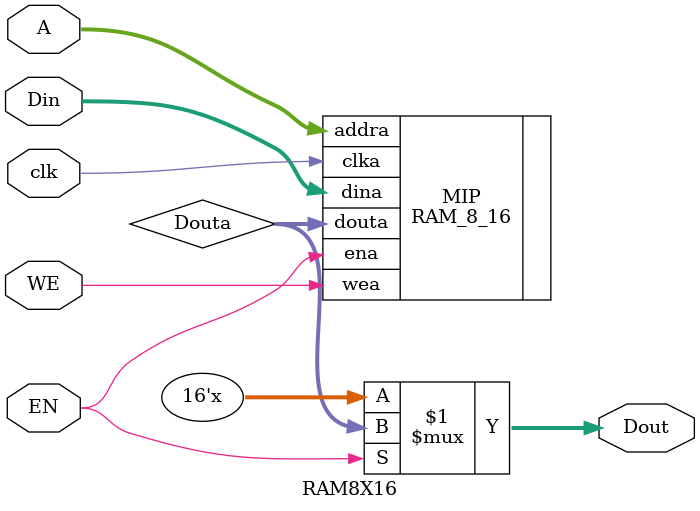
<source format=v>
`timescale 1ns / 1ps

module RAM8X16(input clk, 
               input [2:0]A, 
               input [15:0]Din, 
               input EN, 
               input WE, 
               output[15:0]Dout);
					
wire [15:0]Douta;						//×¢Òâ£º´óÐ¡Ð´²»¼ì´í£¡

	RAM_8_16   MIP(.clka(clk), 
						.ena(EN), 	
						.wea(WE), 
						.addra(A), 
						.dina(Din), 
						.douta(Douta)
						);
						
   assign Dout = EN ? Douta : 16'hzzzz;		//ÈýÌ¬×ÜÏß
	
endmodule

</source>
